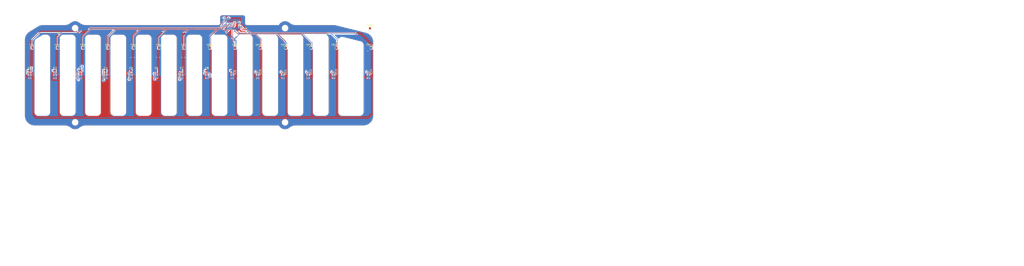
<source format=kicad_pcb>
(kicad_pcb
	(version 20240108)
	(generator "pcbnew")
	(generator_version "8.0")
	(general
		(thickness 1.6)
		(legacy_teardrops no)
	)
	(paper "A4")
	(layers
		(0 "F.Cu" signal)
		(1 "In1.Cu" signal)
		(2 "In2.Cu" signal)
		(31 "B.Cu" signal)
		(32 "B.Adhes" user "B.Adhesive")
		(33 "F.Adhes" user "F.Adhesive")
		(34 "B.Paste" user)
		(35 "F.Paste" user)
		(36 "B.SilkS" user "B.Silkscreen")
		(37 "F.SilkS" user "F.Silkscreen")
		(38 "B.Mask" user)
		(39 "F.Mask" user)
		(40 "Dwgs.User" user "User.Drawings")
		(41 "Cmts.User" user "User.Comments")
		(42 "Eco1.User" user "User.Eco1")
		(43 "Eco2.User" user "User.Eco2")
		(44 "Edge.Cuts" user)
		(45 "Margin" user)
		(46 "B.CrtYd" user "B.Courtyard")
		(47 "F.CrtYd" user "F.Courtyard")
		(48 "B.Fab" user)
		(49 "F.Fab" user)
		(50 "User.1" user)
		(51 "User.2" user)
		(52 "User.3" user)
		(53 "User.4" user)
		(54 "User.5" user)
		(55 "User.6" user)
		(56 "User.7" user)
		(57 "User.8" user)
		(58 "User.9" user)
	)
	(setup
		(stackup
			(layer "F.SilkS"
				(type "Top Silk Screen")
			)
			(layer "F.Paste"
				(type "Top Solder Paste")
			)
			(layer "F.Mask"
				(type "Top Solder Mask")
				(thickness 0.01)
			)
			(layer "F.Cu"
				(type "copper")
				(thickness 0.035)
			)
			(layer "dielectric 1"
				(type "prepreg")
				(thickness 0.1)
				(material "FR4")
				(epsilon_r 4.5)
				(loss_tangent 0.02)
			)
			(layer "In1.Cu"
				(type "copper")
				(thickness 0.035)
			)
			(layer "dielectric 2"
				(type "core")
				(thickness 1.24)
				(material "FR4")
				(epsilon_r 4.5)
				(loss_tangent 0.02)
			)
			(layer "In2.Cu"
				(type "copper")
				(thickness 0.035)
			)
			(layer "dielectric 3"
				(type "prepreg")
				(thickness 0.1)
				(material "FR4")
				(epsilon_r 4.5)
				(loss_tangent 0.02)
			)
			(layer "B.Cu"
				(type "copper")
				(thickness 0.035)
			)
			(layer "B.Mask"
				(type "Bottom Solder Mask")
				(thickness 0.01)
			)
			(layer "B.Paste"
				(type "Bottom Solder Paste")
			)
			(layer "B.SilkS"
				(type "Bottom Silk Screen")
			)
			(copper_finish "None")
			(dielectric_constraints no)
		)
		(pad_to_mask_clearance 0)
		(allow_soldermask_bridges_in_footprints no)
		(pcbplotparams
			(layerselection 0x00010fc_ffffffff)
			(plot_on_all_layers_selection 0x0000000_00000000)
			(disableapertmacros no)
			(usegerberextensions no)
			(usegerberattributes yes)
			(usegerberadvancedattributes yes)
			(creategerberjobfile yes)
			(dashed_line_dash_ratio 12.000000)
			(dashed_line_gap_ratio 3.000000)
			(svgprecision 4)
			(plotframeref no)
			(viasonmask no)
			(mode 1)
			(useauxorigin no)
			(hpglpennumber 1)
			(hpglpenspeed 20)
			(hpglpendiameter 15.000000)
			(pdf_front_fp_property_popups yes)
			(pdf_back_fp_property_popups yes)
			(dxfpolygonmode yes)
			(dxfimperialunits yes)
			(dxfusepcbnewfont yes)
			(psnegative no)
			(psa4output no)
			(plotreference yes)
			(plotvalue yes)
			(plotfptext yes)
			(plotinvisibletext no)
			(sketchpadsonfab no)
			(subtractmaskfromsilk no)
			(outputformat 1)
			(mirror no)
			(drillshape 1)
			(scaleselection 1)
			(outputdirectory "")
		)
	)
	(net 0 "")
	(net 1 "GND")
	(net 2 "unconnected-(U3-ALERT-Pad3)")
	(net 3 "/SDA")
	(net 4 "+3V3")
	(net 5 "/SCL")
	(net 6 "unconnected-(U6-ALERT-Pad3)")
	(net 7 "unconnected-(U7-ALERT-Pad3)")
	(net 8 "unconnected-(U1-ALERT-Pad3)")
	(net 9 "unconnected-(U2-ALERT-Pad3)")
	(net 10 "unconnected-(U4-ALERT-Pad3)")
	(net 11 "unconnected-(U5-ALERT-Pad3)")
	(net 12 "unconnected-(U8-ALERT-Pad3)")
	(net 13 "unconnected-(U9-ALERT-Pad3)")
	(net 14 "unconnected-(U10-ALERT-Pad3)")
	(net 15 "unconnected-(U11-ALERT-Pad3)")
	(net 16 "unconnected-(U12-ALERT-Pad3)")
	(net 17 "unconnected-(U13-ALERT-Pad3)")
	(net 18 "unconnected-(U14-ALERT-Pad3)")
	(net 19 "Net-(J1-Pin_16)")
	(net 20 "Net-(J1-Pin_1)")
	(net 21 "Net-(J1-Pin_5)")
	(net 22 "Net-(J1-Pin_4)")
	(net 23 "Net-(J1-Pin_3)")
	(net 24 "Net-(J1-Pin_6)")
	(net 25 "Net-(J1-Pin_10)")
	(net 26 "Net-(J1-Pin_15)")
	(net 27 "Net-(J1-Pin_13)")
	(net 28 "Net-(J1-Pin_8)")
	(net 29 "Net-(J1-Pin_11)")
	(net 30 "Net-(J1-Pin_9)")
	(net 31 "Net-(J1-Pin_12)")
	(net 32 "Net-(J1-Pin_14)")
	(net 33 "Net-(J1-Pin_7)")
	(footprint "Capacitor_SMD:C_0603_1608Metric" (layer "F.Cu") (at 65.5 97.65 -90))
	(footprint "Capacitor_SMD:C_0603_1608Metric" (layer "F.Cu") (at 91.9 97.65 -90))
	(footprint "Capacitor_SMD:C_0603_1608Metric" (layer "F.Cu") (at 144.7 97.65 -90))
	(footprint "TestPoint:TestPoint_Pad_1.0x1.0mm" (layer "F.Cu") (at 80.1 85))
	(footprint "Capacitor_SMD:C_0603_1608Metric" (layer "F.Cu") (at 131.5 97.65 -90))
	(footprint "Capacitor_SMD:C_0603_1608Metric" (layer "F.Cu") (at 105.1 97.675 -90))
	(footprint "TestPoint:TestPoint_Pad_1.0x1.0mm" (layer "F.Cu") (at 132.9 85))
	(footprint "Capacitor_SMD:C_0603_1608Metric" (layer "F.Cu") (at 118.3 97.65 -90))
	(footprint "Capacitor_SMD:C_0603_1608Metric" (layer "F.Cu") (at 242.1 97.575 -90))
	(footprint "TestPoint:TestPoint_Pad_1.0x1.0mm" (layer "F.Cu") (at 198.9 85))
	(footprint "TestPoint:TestPoint_Pad_1.0x1.0mm" (layer "F.Cu") (at 119.7 85))
	(footprint "TestPoint:TestPoint_Pad_1.0x1.0mm" (layer "F.Cu") (at 172.5 85))
	(footprint "Capacitor_SMD:C_0603_1608Metric" (layer "F.Cu") (at 197.5 97.6 -90))
	(footprint "Capacitor_SMD:C_0603_1608Metric" (layer "F.Cu") (at 184.3 97.6 -90))
	(footprint "TestPoint:TestPoint_Pad_1.0x1.0mm" (layer "F.Cu") (at 93.3 85))
	(footprint "TestPoint:TestPoint_Pad_1.0x1.0mm" (layer "F.Cu") (at 106.5 85))
	(footprint "TestPoint:TestPoint_Pad_1.0x1.0mm" (layer "F.Cu") (at 66.9 85))
	(footprint "TestPoint:TestPoint_Pad_1.0x1.0mm" (layer "F.Cu") (at 146.1 85))
	(footprint "TestPoint:TestPoint_Pad_1.0x1.0mm" (layer "F.Cu") (at 225.3 85))
	(footprint "Capacitor_SMD:C_0603_1608Metric" (layer "F.Cu") (at 78.7 97.65 -90))
	(footprint "TestPoint:TestPoint_Pad_1.0x1.0mm" (layer "F.Cu") (at 212.1 85))
	(footprint "TestPoint:TestPoint_Pad_1.0x1.0mm" (layer "F.Cu") (at 159.3 85))
	(footprint "Capacitor_SMD:C_0603_1608Metric" (layer "F.Cu") (at 171.1 97.6 -90))
	(footprint "TestPoint:TestPoint_Pad_1.0x1.0mm" (layer "F.Cu") (at 185.7 85))
	(footprint "TestPoint:TestPoint_Pad_1.0x1.0mm" (layer "F.Cu") (at 242.9 74.8))
	(footprint "TestPoint:TestPoint_Pad_1.0x1.0mm" (layer "F.Cu") (at 243.5 85))
	(footprint "Capacitor_SMD:C_0603_1608Metric" (layer "F.Cu") (at 210.7 97.6 -90))
	(footprint "Capacitor_SMD:C_0603_1608Metric" (layer "F.Cu") (at 223.9 97.625 -90))
	(footprint "Capacitor_SMD:C_0603_1608Metric" (layer "F.Cu") (at 157.9 97.625 -90))
	(footprint "Package_SON:WSON-8-1EP_2x2mm_P0.5mm_EP0.9x1.6mm_ThermalVias" (layer "B.Cu") (at 242.1 100 180))
	(footprint "Package_SON:WSON-8-1EP_2x2mm_P0.5mm_EP0.9x1.6mm_ThermalVias" (layer "B.Cu") (at 210.7 100 180))
	(footprint "Package_SON:WSON-8-1EP_2x2mm_P0.5mm_EP0.9x1.6mm_ThermalVias" (layer "B.Cu") (at 118.3 100 180))
	(footprint "Package_SON:WSON-8-1EP_2x2mm_P0.5mm_EP0.9x1.6mm_ThermalVias" (layer "B.Cu") (at 105.1 100 180))
	(footprint "MV_Abnehmerplatine:533092070" (layer "B.Cu") (at 171.3 72.6))
	(footprint "Package_SON:WSON-8-1EP_2x2mm_P0.5mm_EP0.9x1.6mm_ThermalVias" (layer "B.Cu") (at 144.7 100 180))
	(footprint "Package_SON:WSON-8-1EP_2x2mm_P0.5mm_EP0.9x1.6mm_ThermalVias" (layer "B.Cu") (at 184.3 100 180))
	(footprint "Package_SON:WSON-8-1EP_2x2mm_P0.5mm_EP0.9x1.6mm_ThermalVias" (layer "B.Cu") (at 223.9 100 180))
	(footprint "Package_SON:WSON-8-1EP_2x2mm_P0.5mm_EP0.9x1.6mm_ThermalVias" (layer "B.Cu") (at 157.9 100 180))
	(footprint "Package_SON:WSON-8-1EP_2x2mm_P0.5mm_EP0.9x1.6mm_ThermalVias" (layer "B.Cu") (at 131.5 100 180))
	(footprint "Package_SON:WSON-8-1EP_2x2mm_P0.5mm_EP0.9x1.6mm_ThermalVias" (layer "B.Cu") (at 78.7 100 180))
	(footprint "Package_SON:WSON-8-1EP_2x2mm_P0.5mm_EP0.9x1.6mm_ThermalVias"
		(layer "B.Cu")
		(uuid "bc99cb69-52d8-4735-b129-657ba5f5a6c1")
		(at 65.5 100 180)
		(descr "8-Lead Plastic WSON, 2x2mm Body, 0.5mm Pitch, WSON-8, http://www.ti.com/lit/ds/symlink/lm27761.pdf")
		(tags "WSON 8 1EP ThermalVias")
		(property "Reference" "U1"
			(at 0.0075 1.9 180)
			(layer "B.SilkS")
			(uuid "6b65e796-1b13-42b0-91fc-988b17cca95a")
			(effects
				(font
					(size 1 1)
					(thickness 0.15)
				)
				(justify mirror)
			)
		)
		(property "Value" "TMP1075DSG"
			(at 0.01 -2.14 180)
			(layer "B.Fab")
			(uuid "e3db4b3e-54b0-4c1e-8217-fda1b6491dd7")
			(effects
				(font
					(size 1 1)
					(thickness 0.15)
				)
				(justify mirror)
			)
		)
		(property "Footprint" "Package_SON:WSON-8-1EP_2x2mm_P0.5mm_EP0.9x1.6mm_ThermalVias"
			(at 0 0 0)
			(unlocked yes)
			(layer "B.Fab")
			(hide yes)
			(uuid "b436418e-0b92-43e7-95c9-6a472317b870")
			(effects
				(font
					(size 1.27 1.27)
				)
				(justify mirror)
			)
		)
		(property "Datasheet" "https://www.ti.com/lit/gpn/tmp1075"
			(at 0 0 0)
			(unlocked yes)
			(layer "B.Fab")
			(hide yes)
			(uuid "eded17bb-3a70-4b47-a14b-a18e8dcbc1f0")
			(effects
				(font
					(size 1.27 1.27)
				)
				(justify mirror)
			)
		)
		(property "Description" ""
			(at 0 0 0)
			(unlocked yes)
			(layer "B.Fab")
			(hide yes)
			(uuid "6a1d0a3c-98cd-42b0-a61d-ead694c941f1")
			(effects
				(font
					(size 1.27 1.27)
				)
				(justify mirror)
			)
		)
		(property ki_fp_filters "WSON*1EP*2x2mm*P0.5mm*")
		(path "/370bf119-7991-47bc-850d-7c2a530976ed")
		(sheetname "Root")
		(sheetfile "MV_Abnehmerplatine.kicad_sch")
		(attr smd)
		(fp_line
			(start 1 -1.14)
			(end -1 -1.14)
			(stroke
				(width 0.12)
				(type solid)
			)
			(layer "B.SilkS")
			(uuid "ba82c6a1-94d9-46ec-bad4-34f764ab26da")
		)
		(fp_line
			(start 0.99 1.14)
			(end -1.01 1.14)
			(stroke
				(width 0.12)
				(type solid)
			)
			(layer "B.SilkS")
			(uuid "d1c42c8e-36f0-4f9d-9762-906d7779cf76")
		)
		(fp_poly
			(pts
				(xy -1.37 1.07) (xy -1.65 1.07) (xy -1.37 1.35) (xy -1.37 1.07)
			)
			(stroke
				(width 0.12)
				(type solid)
			)
			(fill solid)
			(layer "B.SilkS")
			(uuid "87a40e1b-7d71-44f9-bb18-6f0942c87780")
		)
		(fp_line
			(start 1.6 1.25)
			(end -1.6 1.25)
			(stroke
				(width 0.05)
				(type solid)
			)
			(layer "B.CrtYd")
			(uuid "b51c8d5f-9fc6-4a38-89ea-2c5dab57e99f")
		)
		(fp_line
			(start 1.6 -1.25)
			(end 1.6 1.25)
			(stroke
				(width 0.05)
				(type solid)
			)
			(layer "B.CrtYd")
			(uuid "3edb351f-ae03-45e6-a85b-c19274b0060f")
		)
		(fp_line
			(start 1.6 -1.25)
			(end -1.6 -1.25)
			(stroke
				(width 0.05)
				(type solid)
			)
			(layer "B.CrtYd")
			(uuid "67e78579-e963-4e57-a68b-81751edd3583")
		)
		(fp_line
			(start -1.6 -1.25)
			(end -1.6 1.25)
			(stroke
				(width 0.05)
				(type solid)
			)
			(layer "B.CrtYd")
			(uuid "de0b1d67-3409-49b2-b6cb-f6c1d3513d21")
		)
		(fp_line
			(start 1 1)
			(end -0.5 1)
			(stroke
				(width 0.1)
				(type solid)
			)
			(layer "B.Fab")
			(uuid "df3529f7-167a-4411-a1eb-b7da8105b80c")
		)
		(fp_line
			(start 1 -1)
			(end 1 1)
			(stroke
				(width 0.1)
				(type solid)
			)
			(layer "B.Fab")
			(uuid "f84a423b-052e-49dd-9cc6-a9da88108ae8")
		)
		(fp_line
			(start -1 0.5)
			(end -0.5 1)
			(stroke
				(width 0.1)
				(type solid)
			)
			(layer "B.Fab")
			(uuid "003bf31e-ecb0-4b4c-9f9e-94693f84f34b")
		)
		(fp_line
			(start -1 0.5)
			(end -1 -1)
			(stroke
				(width 0.1)
				(type solid)
			)
			(layer "B.Fab")
			(uuid "96ae76b6-9134-499c-a5f3-d74c796a7f6d")
		)
		(fp_line
			(start -1 -1)
			(end 1 -1)
			(stroke
				(width 0.1)
				(type solid)
			)
			(layer "B.Fab")
			(uuid "ac7628ca-b384-4db3-bed5-78b81ee11b06")
		)
		(fp_text user "${REFERENCE}"
			(at 0 0 180)
			(layer "B.Fab")
			(uuid "18ea70ef-61fa-4bab-b6aa-8d26ea85b8c4")
			(effects
				(font
					(size 0.7 0.7)
					(thickness 0.1)
				)
				(justify mirror)
			)
		)
		(pad "" smd rect
			(at 0 -0.4 180)
			(size 0.75 0.65)
			(layers "B.Paste")
			(uuid "4a3d18eb-8e94-4889-8ca8-bd1a73b4a52f")
		)
		(pad "" smd rect
			(at 0 0.4 180)
			(size 0.75 0.65)
			(layers "B.Paste")
			(uuid "3335ef1b-5da8-4c41-9694-90bc7890471a")
		)
		(pad "1" smd roundrect
			(at -0.95 0.75 180)
			(size 0.5 0.25)
			(layers "B.Cu" "B.Paste" "B.Mask")
			(roundrect_rratio 0.25)
			(net 3 "/SDA")
			(pinfunction "SDA")
			(pintype "bidirectional")
			(uuid "99cada5e-108a-4206-a8bb-a40e41ddbe18")
		)
		(pad "2" smd roundrect
			(at -0.95 0.25 180)
			(size 0.5 0.25)
			(layers "B.Cu" "B.Paste" "B.Mask")
			(roundrect_rratio 0.25)
			(net 5 "/SCL")
			(pinfunction "SCL")
			(pintype "input")
			(uuid "0895fc9c-ffb2-4120-a4e6-2626fbf698fc")
		)
		(pad "3" smd roundrect
			(at -0.95 -0.25 180)
			(size 0.5 0.25)
			(layers "B.Cu" "B.Paste" "B.Mask")
			(roundrect_rratio 0.25)
			(net 8 "unconnected-(U1-ALERT-Pad3)")
			(pinfunction "ALERT")
			(pintype "open_collector+no_connect")
			(uuid "8043dff1-864a-4c5e-86df-0135308d9d4f")
		)
		(pad "4" smd roundrect
			(at -0.95 -0.75 180)
			(size 0.5 0.25)
			(layers "B.Cu" "B.Paste" "B.Mask")
			(roundrect_rratio 0.25)
			(net 1 "GND")
			(pinfunction "GND")
			(pintype "power_in")
			(uuid "c4c2d768-6c44-4103-aa5f-f4103fa4aa7b")
		)
		(pad "5" smd roundrect
			(at 0.95 -0.75 180)
			(size 0.5 0.25)
			(layers "B.Cu" "B.Paste" "B.Mask")
			(roundrect_rratio 0.25)
			(net 1 "GND")
			(pinfunction "A2")
			(pintype "input")
			(uuid "8dbd584f-97e8-4f6f-ae1f-13e7c0f840ee")
		)
		(pad "6" smd roundrect
			(at 0.95 -0.25 180)
			(size 0.5 0.25)
			(layers "B.Cu" "B.Paste" "B.Mask")
			(round
... [685846 chars truncated]
</source>
